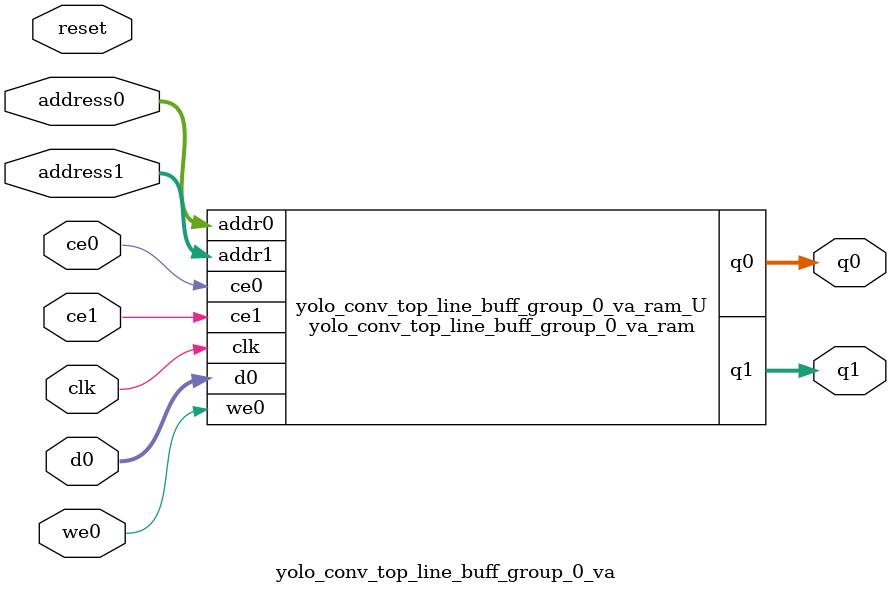
<source format=v>
`timescale 1 ns / 1 ps
module yolo_conv_top_line_buff_group_0_va_ram (addr0, ce0, d0, we0, q0, addr1, ce1, q1,  clk);

parameter DWIDTH = 16;
parameter AWIDTH = 9;
parameter MEM_SIZE = 418;

input[AWIDTH-1:0] addr0;
input ce0;
input[DWIDTH-1:0] d0;
input we0;
output reg[DWIDTH-1:0] q0;
input[AWIDTH-1:0] addr1;
input ce1;
output reg[DWIDTH-1:0] q1;
input clk;

(* ram_style = "block" *)reg [DWIDTH-1:0] ram[0:MEM_SIZE-1];




always @(posedge clk)  
begin 
    if (ce0) 
    begin
        if (we0) 
        begin 
            ram[addr0] <= d0; 
        end 
        q0 <= ram[addr0];
    end
end


always @(posedge clk)  
begin 
    if (ce1) 
    begin
        q1 <= ram[addr1];
    end
end


endmodule

`timescale 1 ns / 1 ps
module yolo_conv_top_line_buff_group_0_va(
    reset,
    clk,
    address0,
    ce0,
    we0,
    d0,
    q0,
    address1,
    ce1,
    q1);

parameter DataWidth = 32'd16;
parameter AddressRange = 32'd418;
parameter AddressWidth = 32'd9;
input reset;
input clk;
input[AddressWidth - 1:0] address0;
input ce0;
input we0;
input[DataWidth - 1:0] d0;
output[DataWidth - 1:0] q0;
input[AddressWidth - 1:0] address1;
input ce1;
output[DataWidth - 1:0] q1;



yolo_conv_top_line_buff_group_0_va_ram yolo_conv_top_line_buff_group_0_va_ram_U(
    .clk( clk ),
    .addr0( address0 ),
    .ce0( ce0 ),
    .we0( we0 ),
    .d0( d0 ),
    .q0( q0 ),
    .addr1( address1 ),
    .ce1( ce1 ),
    .q1( q1 ));

endmodule


</source>
